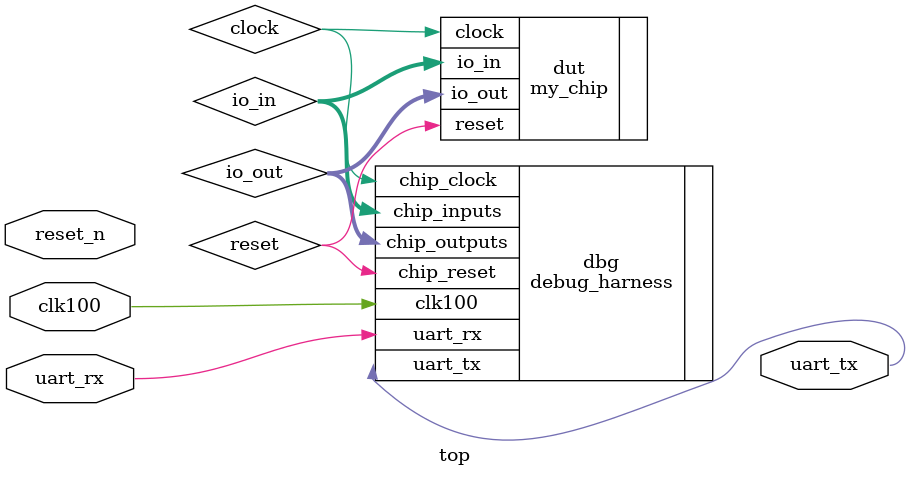
<source format=sv>
`default_nettype none

module top (
  input logic clk100, // 100MHz clock
  input logic reset_n, // Active-low reset

  input logic uart_rx,
  output logic uart_tx
);

  logic clock, reset;
  logic [11:0] io_in, io_out;

  debug_harness dbg (
    .uart_rx, .uart_tx,
    .chip_inputs(io_in),
    .chip_outputs(io_out),
    .chip_clock(clock),
    .chip_reset(reset),
    .clk100
  );

  my_chip dut (
    .io_in, .io_out,
    .clock,
    .reset
  );

endmodule

</source>
